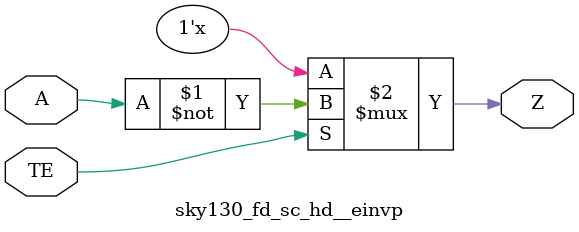
<source format=v>
/*
 * Copyright 2020 The SkyWater PDK Authors
 *
 * Licensed under the Apache License, Version 2.0 (the "License");
 * you may not use this file except in compliance with the License.
 * You may obtain a copy of the License at
 *
 *     https://www.apache.org/licenses/LICENSE-2.0
 *
 * Unless required by applicable law or agreed to in writing, software
 * distributed under the License is distributed on an "AS IS" BASIS,
 * WITHOUT WARRANTIES OR CONDITIONS OF ANY KIND, either express or implied.
 * See the License for the specific language governing permissions and
 * limitations under the License.
 *
 * SPDX-License-Identifier: Apache-2.0
*/


`ifndef SKY130_FD_SC_HD__EINVP_FUNCTIONAL_V
`define SKY130_FD_SC_HD__EINVP_FUNCTIONAL_V

/**
 * einvp: Tri-state inverter, positive enable.
 *
 * Verilog simulation functional model.
 */

`timescale 1ns / 1ps
`default_nettype none

`celldefine
module sky130_fd_sc_hd__einvp (
    Z ,
    A ,
    TE
);

    // Module ports
    output Z ;
    input  A ;
    input  TE;

    //     Name     Output  Other arguments
    notif1 notif10 (Z     , A, TE          );

endmodule
`endcelldefine

`default_nettype wire
`endif  // SKY130_FD_SC_HD__EINVP_FUNCTIONAL_V
</source>
